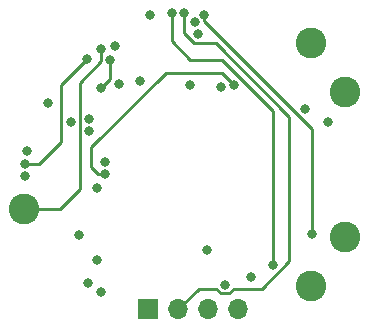
<source format=gbr>
%TF.GenerationSoftware,KiCad,Pcbnew,5.1.9-73d0e3b20d~88~ubuntu20.04.1*%
%TF.CreationDate,2021-06-28T21:50:03+02:00*%
%TF.ProjectId,watch,77617463-682e-46b6-9963-61645f706362,rev?*%
%TF.SameCoordinates,Original*%
%TF.FileFunction,Copper,L3,Inr*%
%TF.FilePolarity,Positive*%
%FSLAX46Y46*%
G04 Gerber Fmt 4.6, Leading zero omitted, Abs format (unit mm)*
G04 Created by KiCad (PCBNEW 5.1.9-73d0e3b20d~88~ubuntu20.04.1) date 2021-06-28 21:50:03*
%MOMM*%
%LPD*%
G01*
G04 APERTURE LIST*
%TA.AperFunction,ComponentPad*%
%ADD10C,2.600000*%
%TD*%
%TA.AperFunction,ComponentPad*%
%ADD11O,1.700000X1.700000*%
%TD*%
%TA.AperFunction,ComponentPad*%
%ADD12R,1.700000X1.700000*%
%TD*%
%TA.AperFunction,ViaPad*%
%ADD13C,0.800000*%
%TD*%
%TA.AperFunction,Conductor*%
%ADD14C,0.250000*%
%TD*%
G04 APERTURE END LIST*
D10*
%TO.N,Net-(SW1-Pad1)*%
%TO.C,SW1*%
X193500000Y-113250000D03*
%TD*%
D11*
%TO.N,GND*%
%TO.C,J1*%
X211620000Y-121750000D03*
%TO.N,RST_SBWTDIO*%
X209080000Y-121750000D03*
%TO.N,TST_SBWTCK*%
X206540000Y-121750000D03*
D12*
%TO.N,Net-(D1-Pad2)*%
X204000000Y-121750000D03*
%TD*%
D10*
%TO.N,Net-(SW5-Pad1)*%
%TO.C,SW5*%
X220640000Y-103380000D03*
%TD*%
%TO.N,Net-(SW4-Pad1)*%
%TO.C,SW4*%
X220640000Y-115620000D03*
%TD*%
%TO.N,Net-(SW3-Pad1)*%
%TO.C,SW3*%
X217750000Y-119750000D03*
%TD*%
%TO.N,Net-(SW2-Pad1)*%
%TO.C,SW2*%
X217750000Y-99250000D03*
%TD*%
D13*
%TO.N,+3V0*%
X198120000Y-115443000D03*
X219202000Y-105918000D03*
X195516500Y-104267000D03*
X208253490Y-98488501D03*
%TO.N,GND*%
X207518000Y-102806500D03*
X217297000Y-104775000D03*
X197507510Y-105933431D03*
%TO.N,Net-(DISP1-Pad8)*%
X200315990Y-110299593D03*
X211306403Y-102759674D03*
%TO.N,Net-(DISP1-Pad9)*%
X198882000Y-119570500D03*
X210132466Y-102906041D03*
%TO.N,Net-(DISP1-Pad4)*%
X199009000Y-106680000D03*
X208978500Y-116713000D03*
%TO.N,Net-(DISP1-Pad5)*%
X210502500Y-119697500D03*
X199685055Y-111491940D03*
%TO.N,Net-(DISP1-Pad11)*%
X200025001Y-120268999D03*
X203290000Y-102429491D03*
%TO.N,Net-(DISP1-Pad6)*%
X212725006Y-118999000D03*
X199009000Y-105664000D03*
%TO.N,Net-(DISP1-Pad12)*%
X193611947Y-110438105D03*
X201549002Y-102679499D03*
%TO.N,TST_SBWTCK*%
X207073500Y-96647000D03*
%TO.N,RST_SBWTDIO*%
X207948079Y-97415293D03*
%TO.N,I2C_SDA*%
X200315990Y-109299580D03*
X200787004Y-100647500D03*
X200025000Y-102997000D03*
%TO.N,I2C_SLC*%
X198780936Y-100609936D03*
X193573366Y-109438837D03*
%TO.N,Net-(R3-Pad2)*%
X199705281Y-117596959D03*
X193738500Y-108331000D03*
%TO.N,Net-(SW1-Pad1)*%
X200025000Y-99695000D03*
%TO.N,Net-(SW2-Pad1)*%
X201168000Y-99475010D03*
%TO.N,Net-(SW3-Pad1)*%
X214572457Y-117998293D03*
X205994000Y-96647000D03*
%TO.N,Net-(SW4-Pad1)*%
X217868500Y-115379500D03*
X208752830Y-96821660D03*
%TO.N,Net-(SW5-Pad1)*%
X204152500Y-96837500D03*
%TD*%
D14*
%TO.N,Net-(DISP1-Pad8)*%
X210273729Y-101727000D02*
X211306403Y-102759674D01*
X205486000Y-101727000D02*
X210273729Y-101727000D01*
X199199500Y-108013500D02*
X205486000Y-101727000D01*
X199199500Y-109748788D02*
X199199500Y-108013500D01*
X199750305Y-110299593D02*
X199199500Y-109748788D01*
X200315990Y-110299593D02*
X199750305Y-110299593D01*
%TO.N,TST_SBWTCK*%
X206540000Y-121750000D02*
X208275000Y-120015000D01*
X209777499Y-120015000D02*
X209777499Y-120045501D01*
X209777499Y-120045501D02*
X210154499Y-120422501D01*
X210154499Y-120422501D02*
X210850501Y-120422501D01*
X208275000Y-120015000D02*
X209777499Y-120015000D01*
X210850501Y-120422501D02*
X211227501Y-120045501D01*
X211227501Y-120045501D02*
X211227501Y-120015000D01*
X211227501Y-120015000D02*
X213628754Y-120015000D01*
X213628754Y-120015000D02*
X215963500Y-117680254D01*
X207073500Y-98381513D02*
X207073500Y-96647000D01*
X215963500Y-105461991D02*
X209715010Y-99213501D01*
X209715010Y-99213501D02*
X207905489Y-99213502D01*
X215963500Y-117680254D02*
X215963500Y-105461991D01*
X207905489Y-99213502D02*
X207073500Y-98381513D01*
%TO.N,I2C_SDA*%
X200787004Y-102234996D02*
X200025000Y-102997000D01*
X200787004Y-100647500D02*
X200787004Y-102234996D01*
%TO.N,I2C_SLC*%
X194789663Y-109438837D02*
X193573366Y-109438837D01*
X196659500Y-107569000D02*
X194789663Y-109438837D01*
X196659500Y-102731372D02*
X196659500Y-107569000D01*
X198780936Y-100609936D02*
X196659500Y-102731372D01*
%TO.N,Net-(SW1-Pad1)*%
X193596909Y-113250000D02*
X193595812Y-113246056D01*
X196566500Y-113250000D02*
X193596909Y-113250000D01*
X198232511Y-111583989D02*
X196566500Y-113250000D01*
X198232511Y-102566989D02*
X198232511Y-111583989D01*
X200025000Y-100774500D02*
X198232511Y-102566989D01*
X200025000Y-99695000D02*
X200025000Y-100774500D01*
%TO.N,Net-(SW3-Pad1)*%
X205994000Y-99060000D02*
X205994000Y-96647000D01*
X207581500Y-100647500D02*
X205994000Y-99060000D01*
X210248500Y-100647500D02*
X207581500Y-100647500D01*
X214572457Y-104971457D02*
X210248500Y-100647500D01*
X214572457Y-117998293D02*
X214572457Y-104971457D01*
%TO.N,Net-(SW4-Pad1)*%
X220257855Y-115620000D02*
X220327329Y-115472615D01*
X219569500Y-115620000D02*
X220257855Y-115620000D01*
X208752830Y-97387345D02*
X208752830Y-96821660D01*
X217868500Y-115379500D02*
X217868500Y-106503015D01*
X217868500Y-106503015D02*
X208752830Y-97387345D01*
%TD*%
M02*

</source>
